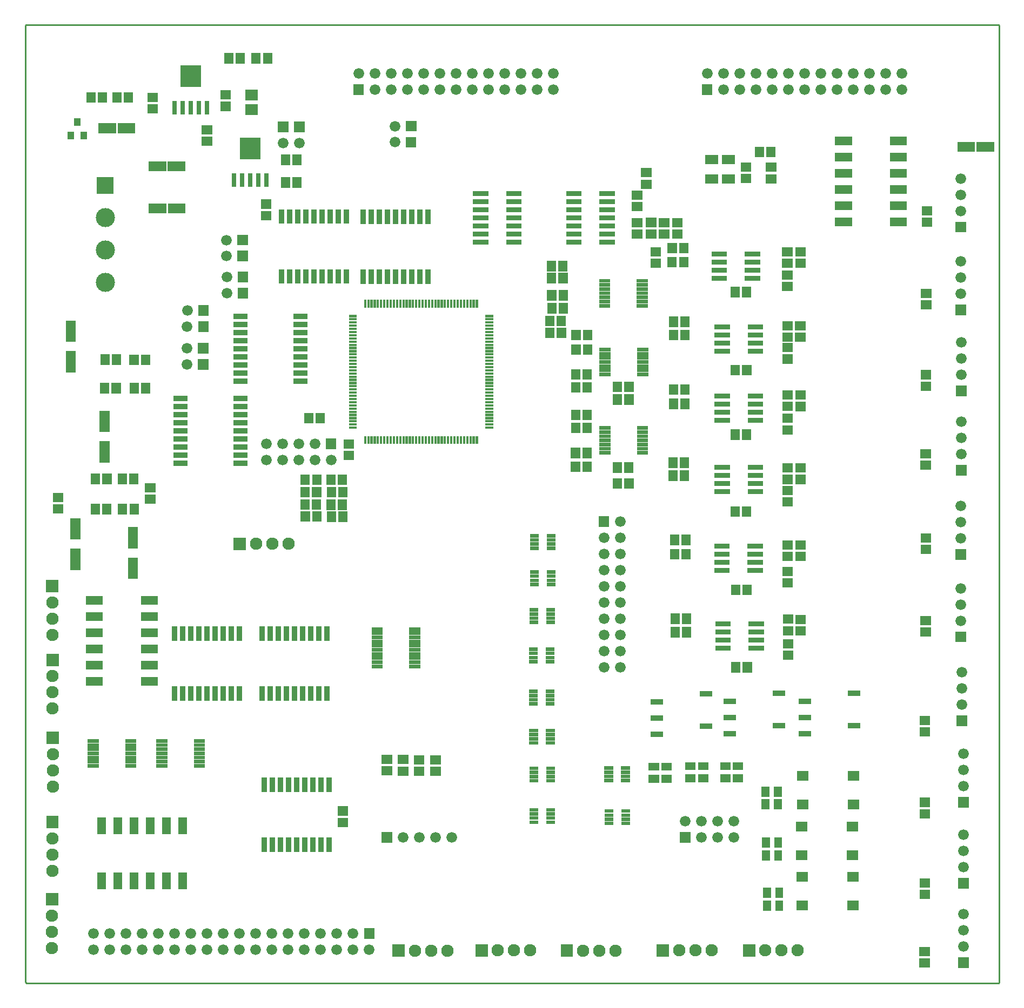
<source format=gbr>
G04 start of page 8 for group -4063 idx -4063 *
G04 Title: (unknown), componentmask *
G04 Creator: pcb 20140316 *
G04 CreationDate: Thu 01 Jun 2017 04:27:31 PM GMT UTC *
G04 For: sumit *
G04 Format: Gerber/RS-274X *
G04 PCB-Dimensions (mm): 381.00 381.00 *
G04 PCB-Coordinate-Origin: lower left *
%MOMM*%
%FSLAX43Y43*%
%LNTOPMASK*%
%ADD143R,0.552X0.552*%
%ADD142R,1.500X1.500*%
%ADD141R,1.245X1.245*%
%ADD140R,0.900X0.900*%
%ADD139R,0.356X0.356*%
%ADD138R,3.250X3.250*%
%ADD137R,1.702X1.702*%
%ADD136R,1.016X1.016*%
%ADD135R,0.710X0.710*%
%ADD134R,0.584X0.584*%
%ADD133R,0.855X0.855*%
%ADD132R,0.762X0.762*%
%ADD131R,1.562X1.562*%
%ADD130R,1.452X1.452*%
%ADD129R,1.340X1.340*%
%ADD128C,2.997*%
%ADD127C,1.930*%
%ADD126C,0.002*%
%ADD125C,1.676*%
%ADD124C,0.254*%
G54D124*X192943Y219707D02*Y369791D01*
X192824Y369910D01*
X40488D01*
X40389Y219781D02*X40564Y219606D01*
X192781D01*
X192783Y219608D01*
X192842Y219606D02*X192943Y219707D01*
X40488Y369910D02*X40348Y369771D01*
Y219822D01*
X40419Y219751D01*
G54D125*X83185Y304165D03*
Y301625D03*
X80645Y304165D03*
Y301625D03*
G54D126*G36*
X87427Y305003D02*Y303327D01*
X89103D01*
Y305003D01*
X87427D01*
G37*
G54D125*X88265Y301625D03*
X85725Y304165D03*
Y301625D03*
X78105Y304165D03*
Y301625D03*
G54D126*G36*
X73000Y289479D02*Y287548D01*
X74930D01*
Y289479D01*
X73000D01*
G37*
G54D127*X76505Y288514D03*
X79045D03*
X81585D03*
G54D125*X187114Y263301D03*
Y265841D03*
Y268381D03*
G54D126*G36*
X186083Y274757D02*Y273080D01*
X187759D01*
Y274757D01*
X186083D01*
G37*
G54D125*X186921Y276459D03*
Y278999D03*
Y281539D03*
G54D126*G36*
X186108Y287693D02*Y286017D01*
X187785D01*
Y287693D01*
X186108D01*
G37*
G36*
X130178Y292806D02*Y291130D01*
X131854D01*
Y292806D01*
X130178D01*
G37*
G54D125*X133556Y291968D03*
Y289428D03*
Y286888D03*
X131016Y289428D03*
Y286888D03*
Y284348D03*
Y281808D03*
Y279268D03*
Y276728D03*
X133556Y284348D03*
Y281808D03*
Y279268D03*
Y276728D03*
X131016Y274188D03*
Y271648D03*
Y269108D03*
X133556Y274188D03*
Y271648D03*
Y269108D03*
G54D126*G36*
X93429Y228242D02*Y226565D01*
X95105D01*
Y228242D01*
X93429D01*
G37*
G54D125*X91727Y227404D03*
X89187D03*
X94267Y224864D03*
X91727D03*
X89187D03*
X86647D03*
X84107D03*
X81567D03*
X86647Y227404D03*
X84107D03*
X81567D03*
X79027D03*
G54D126*G36*
X97904Y225664D02*Y223733D01*
X99835D01*
Y225664D01*
X97904D01*
G37*
G54D127*X101410Y224699D03*
X103950D03*
X106490D03*
G54D125*X79027Y224864D03*
X76487Y227404D03*
X73947D03*
X71407D03*
X76487Y224864D03*
X73947D03*
X71407D03*
X68867D03*
X66327D03*
X63787D03*
X68867Y227404D03*
X66327D03*
X63787D03*
X61247D03*
G54D126*G36*
X124257Y225692D02*Y223761D01*
X126187D01*
Y225692D01*
X124257D01*
G37*
G36*
X110914Y225704D02*Y223774D01*
X112845D01*
Y225704D01*
X110914D01*
G37*
G54D127*X114419Y224739D03*
X116959D03*
X119499D03*
X127762Y224726D03*
X130302D03*
X132842D03*
G54D126*G36*
X139286Y225722D02*Y223792D01*
X141216D01*
Y225722D01*
X139286D01*
G37*
G54D127*X142791Y224757D03*
X145331D03*
X147871D03*
G54D125*X61247Y224864D03*
X58707D03*
X56167D03*
X53627D03*
X51087D03*
X58707Y227404D03*
X56167D03*
X53627D03*
X51087D03*
G54D126*G36*
X43571Y233713D02*Y231783D01*
X45502D01*
Y233713D01*
X43571D01*
G37*
G54D127*X44536Y230208D03*
Y227668D03*
Y225128D03*
G54D126*G36*
X152824Y225715D02*Y223784D01*
X154755D01*
Y225715D01*
X152824D01*
G37*
G54D127*X156329Y224749D03*
X158869D03*
X161409D03*
G54D126*G36*
X186540Y223644D02*Y221968D01*
X188217D01*
Y223644D01*
X186540D01*
G37*
G54D125*X187378Y225346D03*
Y227886D03*
Y230426D03*
X186947Y289395D03*
Y291935D03*
Y294475D03*
G54D126*G36*
X186174Y300911D02*Y299235D01*
X187851D01*
Y300911D01*
X186174D01*
G37*
G54D125*X187013Y302613D03*
Y305153D03*
Y307693D03*
G54D126*G36*
X186200Y313306D02*Y311630D01*
X187876D01*
Y313306D01*
X186200D01*
G37*
G54D125*X187038Y315008D03*
Y317548D03*
Y320088D03*
G54D126*G36*
X186075Y326024D02*Y324348D01*
X187752D01*
Y326024D01*
X186075D01*
G37*
G54D125*X186914Y327726D03*
Y330266D03*
Y332806D03*
G54D126*G36*
X186129Y339019D02*Y337342D01*
X187805D01*
Y339019D01*
X186129D01*
G37*
G54D125*X186967Y340721D03*
Y343261D03*
Y345801D03*
G54D126*G36*
X146355Y360601D02*Y358925D01*
X148032D01*
Y360601D01*
X146355D01*
G37*
G54D125*X147193Y362303D03*
X149733Y359763D03*
Y362303D03*
X152273Y359763D03*
Y362303D03*
X154813Y359763D03*
Y362303D03*
X157353D03*
X159893D03*
X157353Y359763D03*
X159893D03*
X162433D03*
X164973D03*
X167513D03*
X170053D03*
X162433Y362303D03*
X164973D03*
X167513D03*
X170053D03*
X172593Y359763D03*
Y362303D03*
X175133D03*
X177673D03*
X175133Y359763D03*
X177673D03*
G54D126*G36*
X186533Y248803D02*Y247127D01*
X188209D01*
Y248803D01*
X186533D01*
G37*
G54D125*X187371Y250505D03*
Y253045D03*
Y255585D03*
G54D126*G36*
X186276Y261600D02*Y259923D01*
X187952D01*
Y261600D01*
X186276D01*
G37*
G36*
X186533Y236139D02*Y234462D01*
X188209D01*
Y236139D01*
X186533D01*
G37*
G54D125*X187371Y237841D03*
Y240381D03*
Y242921D03*
G54D126*G36*
X142941Y243279D02*Y241602D01*
X144617D01*
Y243279D01*
X142941D01*
G37*
G54D125*X143779Y244980D03*
X146319Y242440D03*
Y244980D03*
X148859Y242440D03*
X151399D03*
Y244980D03*
X148859D03*
G54D126*G36*
X43655Y245819D02*Y243888D01*
X45585D01*
Y245819D01*
X43655D01*
G37*
G36*
X96169Y243291D02*Y241615D01*
X97846D01*
Y243291D01*
X96169D01*
G37*
G54D125*X99548Y242453D03*
X102088D03*
X104628D03*
X107168D03*
G54D127*X44620Y242313D03*
Y239773D03*
Y237233D03*
G54D126*G36*
X43635Y282824D02*Y280894D01*
X45565D01*
Y282824D01*
X43635D01*
G37*
G54D127*X44600Y279319D03*
Y276779D03*
Y274239D03*
G54D126*G36*
X43668Y271267D02*Y269337D01*
X45598D01*
Y271267D01*
X43668D01*
G37*
G54D127*X44633Y267762D03*
Y265222D03*
Y262682D03*
G54D126*G36*
X43698Y259039D02*Y257109D01*
X45629D01*
Y259039D01*
X43698D01*
G37*
G54D127*X44663Y255534D03*
Y252994D03*
Y250454D03*
G54D126*G36*
X73602Y334467D02*Y332791D01*
X75278D01*
Y334467D01*
X73602D01*
G37*
G54D125*X71900Y333629D03*
G54D126*G36*
X73596Y336989D02*Y335313D01*
X75273D01*
Y336989D01*
X73596D01*
G37*
G54D125*X71895Y336151D03*
G54D126*G36*
X73622Y328666D02*Y326989D01*
X75298D01*
Y328666D01*
X73622D01*
G37*
G54D125*X71920Y327828D03*
G54D126*G36*
X73622Y331203D02*Y329527D01*
X75298D01*
Y331203D01*
X73622D01*
G37*
G54D125*X71920Y330365D03*
G54D126*G36*
X67437Y323390D02*Y321714D01*
X69113D01*
Y323390D01*
X67437D01*
G37*
G36*
X67440Y325946D02*Y324269D01*
X69116D01*
Y325946D01*
X67440D01*
G37*
G36*
X67422Y317447D02*Y315770D01*
X69098D01*
Y317447D01*
X67422D01*
G37*
G36*
X67419Y319997D02*Y318320D01*
X69096D01*
Y319997D01*
X67419D01*
G37*
G54D125*X65735Y322552D03*
X65738Y325107D03*
X65720Y316608D03*
X65717Y319159D03*
G54D126*G36*
X79931Y354749D02*Y353073D01*
X81608D01*
Y354749D01*
X79931D01*
G37*
G36*
X82474Y354747D02*Y353070D01*
X84150D01*
Y354747D01*
X82474D01*
G37*
G54D125*X80769Y351371D03*
X83312Y351368D03*
G54D126*G36*
X99954Y352316D02*Y350639D01*
X101630D01*
Y352316D01*
X99954D01*
G37*
G54D125*X98252Y351478D03*
G54D126*G36*
X51574Y346007D02*Y343410D01*
X54171D01*
Y346007D01*
X51574D01*
G37*
G54D128*X52873Y339628D03*
Y334548D03*
Y329468D03*
G54D126*G36*
X99959Y354853D02*Y353177D01*
X101636D01*
Y354853D01*
X99959D01*
G37*
G54D125*X98257Y354015D03*
G54D126*G36*
X91737Y360586D02*Y358910D01*
X93414D01*
Y360586D01*
X91737D01*
G37*
G54D125*X92576Y362288D03*
X95116Y359748D03*
Y362288D03*
X97656Y359748D03*
Y362288D03*
X100196Y359748D03*
X102736D03*
X105276D03*
X100196Y362288D03*
X102736D03*
X105276D03*
X107816D03*
X110356D03*
X112896D03*
X107816Y359748D03*
X110356D03*
X112896D03*
X115436Y362288D03*
X117976D03*
X120516D03*
X115436Y359748D03*
X117976D03*
X120516D03*
X123056D03*
Y362288D03*
G54D129*X167918Y351663D02*X169218D01*
X176527D02*X177827D01*
X167918Y349123D02*X169218D01*
X176527D02*X177827D01*
X167918Y346583D02*X169218D01*
X176527D02*X177827D01*
X167918Y344043D02*X169218D01*
X167918Y341503D02*X169218D01*
X167918Y338963D02*X169218D01*
X176527Y344043D02*X177827D01*
X176527Y341503D02*X177827D01*
X176527Y338963D02*X177827D01*
G54D130*X181421Y327774D02*X181621D01*
X181546Y338916D02*X181745D01*
X181546Y340716D02*X181745D01*
G54D131*X187174Y350761D02*X188374D01*
X190174D02*X191374D01*
G54D132*X130683Y338328D02*X132334D01*
X130683Y339598D02*X132334D01*
X130683Y340868D02*X132334D01*
X130683Y342138D02*X132334D01*
X130683Y343408D02*X132334D01*
G54D133*X103475Y340515D02*Y339115D01*
G54D132*X125476Y342138D02*X127127D01*
X125476Y340868D02*X127127D01*
X125476Y339598D02*X127127D01*
X125476Y343408D02*X127127D01*
X125476Y338328D02*X127127D01*
X125476Y337058D02*X127127D01*
G54D130*X150220Y345745D02*X150820D01*
X150220Y348745D02*X150820D01*
X147630D02*X148230D01*
X147630Y345745D02*X148230D01*
X153164Y347570D02*X153363D01*
X157126Y347548D02*X157326D01*
X153164Y345770D02*X153363D01*
X157126Y345748D02*X157326D01*
X157198Y350046D02*Y349846D01*
X155398Y350046D02*Y349846D01*
G54D132*X153463Y333955D02*X155114D01*
G54D130*X159666Y334289D02*X159866D01*
X161720D02*X161920D01*
G54D132*X110871Y343408D02*X112522D01*
X110871Y342138D02*X112522D01*
X110871Y340868D02*X112522D01*
X110871Y339598D02*X112522D01*
X110871Y338328D02*X112522D01*
X116078D02*X117729D01*
X116078Y339598D02*X117729D01*
X116078Y340868D02*X117729D01*
X116078Y342138D02*X117729D01*
X116078Y343408D02*X117729D01*
X125476Y335788D02*X127127D01*
G54D130*X124623Y330302D02*Y330103D01*
X122823Y330302D02*Y330103D01*
X124642Y327577D02*Y327377D01*
X122842Y327577D02*Y327377D01*
X124611Y332141D02*Y331942D01*
X122812Y332141D02*Y331942D01*
G54D132*X130683Y335788D02*X132334D01*
X130683Y337058D02*X132334D01*
G54D134*X130554Y329760D02*X131724D01*
X130554Y329110D02*X131724D01*
X130554Y328460D02*X131724D01*
X130554Y327810D02*X131724D01*
X130554Y327160D02*X131724D01*
G54D132*X110871Y337058D02*X112522D01*
X110871Y335788D02*X112522D01*
X116078D02*X117729D01*
X116078Y337058D02*X117729D01*
G54D133*X103475Y331115D02*Y329715D01*
G54D132*X153463Y330145D02*X155114D01*
X153463Y331415D02*X155114D01*
X153463Y332685D02*X155114D01*
G54D130*X151587Y328090D02*Y327890D01*
X153387Y328090D02*Y327890D01*
X159666Y328854D02*X159866D01*
X159666Y330654D02*X159866D01*
G54D132*X148256Y333955D02*X149907D01*
G54D130*X143521Y334973D02*Y334774D01*
X141721Y334973D02*Y334774D01*
G54D132*X148256Y332685D02*X149907D01*
G54D130*X141710Y332789D02*Y332589D01*
X143510Y332789D02*Y332589D01*
G54D132*X148256Y331415D02*X149907D01*
X148256Y330145D02*X149907D01*
G54D130*X159666Y332490D02*X159866D01*
X161720D02*X161920D01*
X137578Y346705D02*X137778D01*
X137578Y344905D02*X137778D01*
X136125Y343192D02*X136325D01*
X136125Y341392D02*X136325D01*
X140360Y338891D02*X140559D01*
X142432Y338879D02*X142632D01*
X142432Y337079D02*X142632D01*
X138302Y338902D02*X138502D01*
X138302Y337102D02*X138502D01*
X136110Y338897D02*X136310D01*
X136110Y337097D02*X136310D01*
G54D134*X136454Y327160D02*X137624D01*
X136454Y327810D02*X137624D01*
G54D130*X140360Y337091D02*X140559D01*
X139036Y332483D02*X139236D01*
X139036Y334283D02*X139236D01*
G54D134*X136454Y328460D02*X137624D01*
X136454Y329110D02*X137624D01*
X136454Y329760D02*X137624D01*
G54D129*X50539Y279608D02*X51839D01*
X59148D02*X60449D01*
X50539Y277068D02*X51839D01*
X59148D02*X60449D01*
X50539Y274528D02*X51839D01*
X59148D02*X60449D01*
G54D133*X65049Y275133D02*Y273733D01*
X63779Y275133D02*Y273733D01*
G54D130*X45384Y295762D02*X45584D01*
X45384Y293962D02*X45584D01*
G54D131*X48222Y291762D02*Y289962D01*
Y286963D02*Y285162D01*
G54D130*X59819Y297307D02*X60018D01*
G54D133*X63973Y301125D02*X65372D01*
G54D130*X59819Y295507D02*X60018D01*
X51337Y294054D02*Y293854D01*
X53137Y294054D02*Y293854D01*
X55604Y294054D02*Y293854D01*
G54D131*X57229Y290383D02*Y288583D01*
Y285583D02*Y283783D01*
G54D130*X51359Y298778D02*Y298579D01*
X53159Y298778D02*Y298579D01*
X55550Y298804D02*Y298604D01*
X57350Y298804D02*Y298604D01*
X57404Y294054D02*Y293854D01*
G54D129*X50539Y271988D02*X51839D01*
X59148D02*X60449D01*
X59148Y269448D02*X60449D01*
X50539D02*X51839D01*
X50539Y266908D02*X51839D01*
G54D133*X87960Y251405D02*Y250005D01*
X86690Y251405D02*Y250005D01*
X85420Y251405D02*Y250005D01*
X84150Y251405D02*Y250005D01*
X82880Y251405D02*Y250005D01*
X81610Y251405D02*Y250005D01*
X80340Y251405D02*Y250005D01*
X79070Y251405D02*Y250005D01*
X77800Y251405D02*Y250005D01*
G54D130*X90022Y244814D02*X90222D01*
X90022Y246614D02*X90222D01*
G54D133*X77800Y242005D02*Y240605D01*
X79070Y242005D02*Y240605D01*
X80340Y242005D02*Y240605D01*
X81610Y242005D02*Y240605D01*
X82880Y242005D02*Y240605D01*
X84150Y242005D02*Y240605D01*
X85420Y242005D02*Y240605D01*
X86690Y242005D02*Y240605D01*
X87960Y242005D02*Y240605D01*
G54D134*X67046Y253699D02*X68216D01*
X67046Y254348D02*X68216D01*
X67046Y254998D02*X68216D01*
X67046Y255648D02*X68216D01*
X67046Y256298D02*X68216D01*
X67046Y256948D02*X68216D01*
X67046Y257598D02*X68216D01*
G54D129*X52299Y236307D02*Y235007D01*
Y244916D02*Y243616D01*
X54839Y236307D02*Y235007D01*
Y244916D02*Y243616D01*
X57379Y236307D02*Y235007D01*
Y244916D02*Y243616D01*
X59919Y236307D02*Y235007D01*
Y244916D02*Y243616D01*
X62459Y236307D02*Y235007D01*
Y244916D02*Y243616D01*
X64999Y244916D02*Y243616D01*
Y236307D02*Y235007D01*
X59148Y266908D02*X60449D01*
G54D133*X63779Y265733D02*Y264333D01*
X65049Y265733D02*Y264333D01*
X66319Y265733D02*Y264333D01*
X67589Y265733D02*Y264333D01*
X68859Y265733D02*Y264333D01*
X70129Y265733D02*Y264333D01*
X71399Y265733D02*Y264333D01*
X72669Y265733D02*Y264333D01*
X73939Y265733D02*Y264333D01*
G54D134*X61146Y257598D02*X62316D01*
X61146Y256948D02*X62316D01*
X61146Y256298D02*X62316D01*
X61146Y255648D02*X62316D01*
X61146Y254998D02*X62316D01*
X61146Y254348D02*X62316D01*
X61146Y253699D02*X62316D01*
X56307Y253686D02*X57477D01*
X50407Y257586D02*X51577D01*
X50407Y256936D02*X51577D01*
X50407Y256286D02*X51577D01*
X50407Y255636D02*X51577D01*
X50407Y254986D02*X51577D01*
X50407Y254336D02*X51577D01*
X50407Y253686D02*X51577D01*
X56307Y254336D02*X57477D01*
X56307Y254986D02*X57477D01*
X56307Y255636D02*X57477D01*
X56307Y256286D02*X57477D01*
X56307Y256936D02*X57477D01*
X56307Y257586D02*X57477D01*
G54D130*X90057Y298649D02*Y298449D01*
X90112Y296729D02*Y296529D01*
X90053Y294745D02*Y294545D01*
X90142Y292881D02*Y292681D01*
X88257Y298649D02*Y298449D01*
X88312Y296729D02*Y296529D01*
X88253Y294745D02*Y294545D01*
X88342Y292881D02*Y292681D01*
X85989Y294747D02*Y294548D01*
X86037Y292883D02*Y292683D01*
X86025Y298644D02*Y298444D01*
X84225Y298644D02*Y298444D01*
X86015Y296731D02*Y296532D01*
G54D133*X78699Y275112D02*Y273712D01*
X77429Y275112D02*Y273712D01*
X73939Y275133D02*Y273733D01*
X79969Y275112D02*Y273712D01*
G54D130*X84215Y296731D02*Y296532D01*
G54D133*X73372Y301125D02*X74772D01*
G54D130*X84189Y294747D02*Y294548D01*
X84238Y292883D02*Y292683D01*
G54D133*X68859Y275133D02*Y273733D01*
X72669Y275133D02*Y273733D01*
X71399Y275133D02*Y273733D01*
X70129Y275133D02*Y273733D01*
X67589Y275133D02*Y273733D01*
X66319Y275133D02*Y273733D01*
X87589Y275112D02*Y273712D01*
X86319Y275112D02*Y273712D01*
G54D130*X104558Y254639D02*X104758D01*
X104558Y252839D02*X104758D01*
X101960Y254624D02*X102160D01*
X101960Y252824D02*X102160D01*
X99476Y254675D02*X99675D01*
X99476Y252875D02*X99675D01*
X96913Y254695D02*X97113D01*
X96913Y252895D02*X97113D01*
G54D134*X100800Y269287D02*X101970D01*
X100800Y269937D02*X101970D01*
X100800Y270587D02*X101970D01*
X100800Y271237D02*X101970D01*
X100800Y271887D02*X101970D01*
X100800Y272537D02*X101970D01*
X100800Y273187D02*X101970D01*
X100800Y273837D02*X101970D01*
X100800Y274487D02*X101970D01*
X100800Y275137D02*X101970D01*
X94900D02*X96070D01*
X94900Y274487D02*X96070D01*
X94900Y273837D02*X96070D01*
X94900Y273187D02*X96070D01*
X94900Y272537D02*X96070D01*
X94900Y271887D02*X96070D01*
X94900Y271237D02*X96070D01*
X94900Y270587D02*X96070D01*
X94900Y269937D02*X96070D01*
X94900Y269287D02*X96070D01*
G54D133*X77429Y265712D02*Y264313D01*
X78699Y265712D02*Y264313D01*
X79969Y265712D02*Y264313D01*
X81239Y265712D02*Y264313D01*
X82509Y265712D02*Y264313D01*
X83779Y265712D02*Y264313D01*
X85049Y265712D02*Y264313D01*
X86319Y265712D02*Y264313D01*
X87589Y265712D02*Y264313D01*
X83779Y275112D02*Y273712D01*
X85049Y275112D02*Y273712D01*
X82509Y275112D02*Y273712D01*
X81239Y275112D02*Y273712D01*
X82783Y317833D02*X84183D01*
X82783Y319103D02*X84183D01*
X82783Y320373D02*X84183D01*
X82783Y321643D02*X84183D01*
X82783Y322913D02*X84183D01*
X82783Y324183D02*X84183D01*
G54D135*X76845Y346290D02*Y344850D01*
X78115Y346290D02*Y344850D01*
G54D133*X80523Y331125D02*Y329725D01*
X81793Y331125D02*Y329725D01*
X83063Y331125D02*Y329725D01*
X84333Y331125D02*Y329725D01*
X85603Y331125D02*Y329725D01*
X86873Y331125D02*Y329725D01*
X88143Y331125D02*Y329725D01*
X89413Y331125D02*Y329725D01*
Y340525D02*Y339125D01*
X88143Y340525D02*Y339125D01*
X86873Y340525D02*Y339125D01*
X85603Y340525D02*Y339125D01*
X84333Y340525D02*Y339125D01*
X83063Y340525D02*Y339125D01*
X81793Y340525D02*Y339125D01*
X80523Y340525D02*Y339125D01*
G54D130*X57393Y317449D02*Y317249D01*
X59193Y317449D02*Y317249D01*
X54655Y317483D02*Y317283D01*
X52855Y317483D02*Y317283D01*
G54D131*X47513Y322741D02*Y320940D01*
Y317941D02*Y316141D01*
G54D130*X59204Y313028D02*Y312828D01*
X57404Y313028D02*Y312828D01*
X54602Y313028D02*Y312828D01*
X52802Y313028D02*Y312828D01*
G54D131*X52774Y308606D02*Y306806D01*
Y303806D02*Y302006D01*
G54D133*X63973Y311285D02*X65372D01*
X63973Y310015D02*X65372D01*
X63973Y308745D02*X65372D01*
X63973Y306205D02*X65372D01*
X63973Y304935D02*X65372D01*
X63973Y303665D02*X65372D01*
X63973Y302395D02*X65372D01*
X63973Y307475D02*X65372D01*
G54D131*X55613Y353695D02*X56813D01*
G54D130*X60225Y356721D02*X60425D01*
G54D131*X52613Y353695D02*X53813D01*
G54D136*X47517Y352628D02*Y352476D01*
X49498Y352628D02*Y352476D01*
X48508Y354711D02*Y354559D01*
G54D130*X54737Y358621D02*Y358421D01*
X56537Y358621D02*Y358421D01*
X52462Y358621D02*Y358421D01*
X50662Y358621D02*Y358421D01*
G54D131*X60463Y347707D02*X61663D01*
X63463D02*X64663D01*
X63487Y341122D02*X64687D01*
X60487D02*X61687D01*
G54D130*X78005Y339979D02*X78205D01*
X78005Y341779D02*X78205D01*
X82931Y348842D02*Y348642D01*
X81131Y348842D02*Y348642D01*
X82931Y345286D02*Y345086D01*
X81131Y345286D02*Y345086D01*
X68734Y351652D02*X68934D01*
X68734Y353452D02*X68934D01*
G54D135*X68829Y357635D02*Y356195D01*
G54D130*X71655Y357113D02*X71855D01*
X71655Y358913D02*X71855D01*
G54D137*X75692Y356616D02*X75946D01*
X75692Y358902D02*X75946D01*
G54D135*X73035Y346290D02*Y344850D01*
X74305Y346290D02*Y344850D01*
X75575Y346290D02*Y344850D01*
G54D138*Y350569D02*Y350399D01*
G54D130*X60225Y358521D02*X60425D01*
G54D135*X63749Y357635D02*Y356195D01*
X65019Y357635D02*Y356195D01*
X66289Y357635D02*Y356195D01*
X67559Y357635D02*Y356195D01*
G54D138*X66289Y361914D02*Y361744D01*
G54D130*X74030Y364740D02*Y364540D01*
X72230Y364740D02*Y364540D01*
X76524Y364724D02*Y364525D01*
X78324Y364724D02*Y364525D01*
G54D139*X101612Y326598D02*Y325735D01*
X101112Y326598D02*Y325735D01*
X100612Y326598D02*Y325735D01*
X100112Y326598D02*Y325735D01*
X97612Y326598D02*Y325735D01*
X97112Y326598D02*Y325735D01*
X96612Y326598D02*Y325735D01*
X96112Y326598D02*Y325735D01*
X95612Y326598D02*Y325735D01*
X95112Y326598D02*Y325735D01*
X94612Y326598D02*Y325735D01*
X94112Y326598D02*Y325735D01*
X93612Y326598D02*Y325735D01*
X91232Y317218D02*X92095D01*
X91232Y316718D02*X92095D01*
X91232Y316218D02*X92095D01*
X91232Y315718D02*X92095D01*
X91232Y315218D02*X92095D01*
X91232Y314718D02*X92095D01*
X91232Y314218D02*X92095D01*
X91232Y313718D02*X92095D01*
X91232Y313218D02*X92095D01*
G54D133*X73372Y302395D02*X74772D01*
X73372Y303665D02*X74772D01*
X73372Y304935D02*X74772D01*
X73372Y306205D02*X74772D01*
X73372Y307475D02*X74772D01*
X73372Y308745D02*X74772D01*
X73372Y310015D02*X74772D01*
X73383Y324183D02*X74783D01*
X73383Y322913D02*X74783D01*
X73383Y321643D02*X74783D01*
X73383Y320373D02*X74783D01*
X73383Y319103D02*X74783D01*
X73383Y317833D02*X74783D01*
X73383Y316563D02*X74783D01*
X73383Y315293D02*X74783D01*
X73383Y314023D02*X74783D01*
G54D139*X91232Y312718D02*X92095D01*
G54D133*X82783Y314023D02*X84183D01*
X82783Y315293D02*X84183D01*
X82783Y316563D02*X84183D01*
X73372Y311285D02*X74772D01*
X102205Y340515D02*Y339115D01*
X100935Y340515D02*Y339115D01*
X99665Y340515D02*Y339115D01*
X98395Y340515D02*Y339115D01*
X97125Y340515D02*Y339115D01*
X95855Y340515D02*Y339115D01*
X94585Y340515D02*Y339115D01*
X93315Y340515D02*Y339115D01*
Y331115D02*Y329715D01*
X94585Y331115D02*Y329715D01*
X95855Y331115D02*Y329715D01*
X90683Y331125D02*Y329725D01*
X97125Y331115D02*Y329715D01*
X98395Y331115D02*Y329715D01*
X99665Y331115D02*Y329715D01*
X100935Y331115D02*Y329715D01*
X102205Y331115D02*Y329715D01*
X90683Y340525D02*Y339125D01*
G54D130*X122569Y321671D02*Y321472D01*
X122561Y323569D02*Y323369D01*
X122867Y325555D02*Y325355D01*
G54D139*X112629Y308218D02*X113492D01*
X112629Y308718D02*X113492D01*
X112629Y309218D02*X113492D01*
X112629Y309718D02*X113492D01*
X112629Y310218D02*X113492D01*
X112629Y310718D02*X113492D01*
X112629Y311218D02*X113492D01*
X112629Y311718D02*X113492D01*
X112629Y312218D02*X113492D01*
X112629Y312718D02*X113492D01*
X112629Y313218D02*X113492D01*
X112629Y313718D02*X113492D01*
X112629Y314218D02*X113492D01*
X112629Y314718D02*X113492D01*
X112629Y315218D02*X113492D01*
X112629Y315718D02*X113492D01*
X91232Y324218D02*X92095D01*
X91232Y323718D02*X92095D01*
X91232Y323218D02*X92095D01*
X91232Y322718D02*X92095D01*
X91232Y322218D02*X92095D01*
X91232Y321718D02*X92095D01*
X91232Y321218D02*X92095D01*
X91232Y320718D02*X92095D01*
X91232Y320218D02*X92095D01*
X91232Y319718D02*X92095D01*
X91232Y319218D02*X92095D01*
X91232Y318718D02*X92095D01*
X91232Y318218D02*X92095D01*
X91232Y317718D02*X92095D01*
X91232Y308718D02*X92095D01*
X91232Y308218D02*X92095D01*
X91232Y307718D02*X92095D01*
X91232Y307218D02*X92095D01*
X91232Y306718D02*X92095D01*
X93612Y305201D02*Y304338D01*
X94112Y305201D02*Y304338D01*
X94612Y305201D02*Y304338D01*
G54D130*X90959Y304165D02*X91159D01*
X90959Y302365D02*X91159D01*
G54D139*X95112Y305201D02*Y304338D01*
X95612Y305201D02*Y304338D01*
X96112Y305201D02*Y304338D01*
X96612Y305201D02*Y304338D01*
X97112Y305201D02*Y304338D01*
X97612Y305201D02*Y304338D01*
X98112Y305201D02*Y304338D01*
X98612Y305201D02*Y304338D01*
X99112Y305201D02*Y304338D01*
X99612Y305201D02*Y304338D01*
X100112Y305201D02*Y304338D01*
X100612Y305201D02*Y304338D01*
X101112Y305201D02*Y304338D01*
X101612Y305201D02*Y304338D01*
X102112Y305201D02*Y304338D01*
X102612Y305201D02*Y304338D01*
X103112Y305201D02*Y304338D01*
X103612Y305201D02*Y304338D01*
X104112Y305201D02*Y304338D01*
X104612Y305201D02*Y304338D01*
X105112Y305201D02*Y304338D01*
X105612Y305201D02*Y304338D01*
X106112Y305201D02*Y304338D01*
X106612Y305201D02*Y304338D01*
X107112Y305201D02*Y304338D01*
X107612Y305201D02*Y304338D01*
X108112Y305201D02*Y304338D01*
X108612Y305201D02*Y304338D01*
X109112Y305201D02*Y304338D01*
X109612Y305201D02*Y304338D01*
X110112Y305201D02*Y304338D01*
X110612Y305201D02*Y304338D01*
X111112Y305201D02*Y304338D01*
X112629Y306718D02*X113492D01*
X112629Y307218D02*X113492D01*
X112629Y307718D02*X113492D01*
X112629Y318718D02*X113492D01*
X112629Y319218D02*X113492D01*
X112629Y319718D02*X113492D01*
X112629Y320218D02*X113492D01*
X112629Y320718D02*X113492D01*
X112629Y321218D02*X113492D01*
X112629Y321718D02*X113492D01*
X112629Y322218D02*X113492D01*
X112629Y322718D02*X113492D01*
X112629Y323218D02*X113492D01*
X112629Y323718D02*X113492D01*
X112629Y324218D02*X113492D01*
X111112Y326598D02*Y325735D01*
X110612Y326598D02*Y325735D01*
X110112Y326598D02*Y325735D01*
X109612Y326598D02*Y325735D01*
X109112Y326598D02*Y325735D01*
X108612Y326598D02*Y325735D01*
X108112Y326598D02*Y325735D01*
X107612Y326598D02*Y325735D01*
X107112Y326598D02*Y325735D01*
X106612Y326598D02*Y325735D01*
X106112Y326598D02*Y325735D01*
X105612Y326598D02*Y325735D01*
X105112Y326598D02*Y325735D01*
X104612Y326598D02*Y325735D01*
X104112Y326598D02*Y325735D01*
X103612Y326598D02*Y325735D01*
X103112Y326598D02*Y325735D01*
X102612Y326598D02*Y325735D01*
X102112Y326598D02*Y325735D01*
X99612Y326598D02*Y325735D01*
X99112Y326598D02*Y325735D01*
X98612Y326598D02*Y325735D01*
X98112Y326598D02*Y325735D01*
X91232Y312218D02*X92095D01*
X91232Y311718D02*X92095D01*
X91232Y311218D02*X92095D01*
X91232Y310718D02*X92095D01*
X91232Y310218D02*X92095D01*
X91232Y309718D02*X92095D01*
X91232Y309218D02*X92095D01*
G54D130*X86551Y308321D02*Y308122D01*
X84751Y308321D02*Y308122D01*
G54D139*X112629Y316218D02*X113492D01*
X112629Y316718D02*X113492D01*
X112629Y317218D02*X113492D01*
X112629Y317718D02*X113492D01*
X112629Y318218D02*X113492D01*
G54D130*X126623Y308837D02*Y308637D01*
X128422Y308837D02*Y308637D01*
X126608Y306779D02*Y306580D01*
X128408Y306779D02*Y306580D01*
G54D134*X130602Y315717D02*X131772D01*
X130602Y315067D02*X131772D01*
G54D130*X133147Y311224D02*Y311025D01*
X134947Y311224D02*Y311025D01*
X133147Y313206D02*Y313006D01*
X134947Y313206D02*Y313006D01*
X126619Y313155D02*Y312955D01*
X126623Y315161D02*Y314962D01*
X128419Y313155D02*Y312955D01*
X128422Y315161D02*Y314962D01*
G54D134*X136502Y315067D02*X137672D01*
X136502Y315717D02*X137672D01*
G54D130*X143710Y312799D02*Y312600D01*
X141910Y312799D02*Y312600D01*
X141913Y310539D02*Y310339D01*
X143713Y310539D02*Y310339D01*
X143662Y301318D02*Y301119D01*
Y299312D02*Y299112D01*
X141863Y301318D02*Y301119D01*
Y299312D02*Y299112D01*
G54D134*X136481Y302778D02*X137651D01*
G54D130*X134954Y298075D02*Y297875D01*
X133154Y298075D02*Y297875D01*
X133125Y300556D02*Y300357D01*
X134925Y300556D02*Y300357D01*
G54D134*X136481Y303428D02*X137651D01*
X136481Y304078D02*X137651D01*
X136481Y304728D02*X137651D01*
X136481Y305378D02*X137651D01*
X136481Y306028D02*X137651D01*
X136481Y306678D02*X137651D01*
X130581D02*X131751D01*
X130581Y306028D02*X131751D01*
X130581Y305378D02*X131751D01*
X130581Y304728D02*X131751D01*
X130581Y304078D02*X131751D01*
X130581Y303428D02*X131751D01*
X130581Y302778D02*X131751D01*
G54D130*X126572Y300683D02*Y300484D01*
X128372Y300683D02*Y300484D01*
X126572Y302868D02*Y302668D01*
X128372Y302868D02*Y302668D01*
G54D132*X153949Y318694D02*X155600D01*
X148742D02*X150393D01*
G54D130*X151613Y315847D02*Y315648D01*
X153412Y315847D02*Y315648D01*
G54D132*X153949Y319964D02*X155600D01*
X148742D02*X150393D01*
X153949Y321234D02*X155600D01*
X153949Y322504D02*X155600D01*
X148742D02*X150393D01*
X148742Y321234D02*X150393D01*
X153949Y307899D02*X155600D01*
X148742D02*X150393D01*
G54D130*X151562Y305713D02*Y305513D01*
X153362Y305713D02*Y305513D01*
G54D132*X153949Y309169D02*X155600D01*
X148742D02*X150393D01*
X153949Y310439D02*X155600D01*
X153949Y311709D02*X155600D01*
X148742D02*X150393D01*
X148742Y310439D02*X150393D01*
G54D130*X161698Y322682D02*X161898D01*
X159692Y317478D02*X159891D01*
X159692Y319278D02*X159891D01*
X161698Y320882D02*X161898D01*
X159692Y322678D02*X159891D01*
X159692Y320878D02*X159891D01*
X181421Y325974D02*X181621D01*
X161724Y311836D02*X161923D01*
X161724Y310036D02*X161923D01*
X159692Y310058D02*X159891D01*
X159692Y311858D02*X159891D01*
X181386Y313229D02*X181585D01*
X181386Y315029D02*X181585D01*
X159692Y306378D02*X159891D01*
X159692Y308178D02*X159891D01*
G54D134*X130602Y318967D02*X131772D01*
X130602Y318317D02*X131772D01*
X130602Y317667D02*X131772D01*
X130602Y317017D02*X131772D01*
X130602Y316367D02*X131772D01*
X136502D02*X137672D01*
X136502Y317017D02*X137672D01*
X136502Y317667D02*X137672D01*
X136502Y318317D02*X137672D01*
X136502Y318967D02*X137672D01*
G54D130*X143735Y323416D02*Y323217D01*
X141935Y323416D02*Y323217D01*
X141939Y321334D02*Y321134D01*
X143739Y321334D02*Y321134D01*
X126659Y321334D02*Y321134D01*
X128459Y321334D02*Y321134D01*
X124369Y321671D02*Y321472D01*
X126648Y319073D02*Y318873D01*
X128448Y319073D02*Y318873D01*
G54D134*X130554Y326510D02*X131724D01*
X130554Y325860D02*X131724D01*
X136454D02*X137624D01*
X136454Y326510D02*X137624D01*
G54D130*X124361Y323569D02*Y323369D01*
X124667Y325555D02*Y325355D01*
X143887Y289203D02*Y289003D01*
X143902Y286993D02*Y286793D01*
X142088Y289203D02*Y289003D01*
X142102Y286993D02*Y286793D01*
X143989Y276858D02*Y276659D01*
X142189Y276858D02*Y276659D01*
X142193Y274750D02*Y274550D01*
X143993Y274750D02*Y274550D01*
G54D132*X148688Y288184D02*X150339D01*
X148688Y286914D02*X150339D01*
X148688Y285644D02*X150339D01*
X148688Y284374D02*X150339D01*
X153895D02*X155546D01*
X153895Y285644D02*X155546D01*
X153895Y286914D02*X155546D01*
X153895Y288184D02*X155546D01*
X153949Y296672D02*X155600D01*
X148742D02*X150393D01*
X153949Y297942D02*X155600D01*
X153949Y299212D02*X155600D01*
X153949Y300482D02*X155600D01*
X148742D02*X150393D01*
X148742Y299212D02*X150393D01*
X148742Y297942D02*X150393D01*
G54D130*X151562Y293673D02*Y293473D01*
X153362Y293673D02*Y293473D01*
X151642Y281379D02*Y281180D01*
X153441Y281379D02*Y281180D01*
X151692Y269238D02*Y269039D01*
X153492Y269238D02*Y269039D01*
G54D132*X154051Y272110D02*X155702D01*
X154051Y273380D02*X155702D01*
X154051Y274650D02*X155702D01*
X154051Y275920D02*X155702D01*
X148844D02*X150495D01*
X148844Y274650D02*X150495D01*
X148844Y273380D02*X150495D01*
X148844Y272110D02*X150495D01*
G54D140*X150252Y263792D02*X151252D01*
X150252Y261252D02*X151252D01*
X150252Y258712D02*X151252D01*
G54D141*X149859Y253649D02*X150229D01*
X149859Y251729D02*X150229D01*
X151858D02*X152229D01*
X151858Y253649D02*X152229D01*
G54D140*X146519Y264980D02*X147519D01*
X146519Y259900D02*X147519D01*
G54D141*X144394Y253657D02*X144764D01*
X144394Y251737D02*X144764D01*
X146394D02*X146764D01*
X146394Y253657D02*X146764D01*
G54D130*X181183Y224586D02*X181382D01*
X181203Y233511D02*X181402D01*
X181203Y235311D02*X181402D01*
X181183Y222786D02*X181382D01*
X181322Y274649D02*X181522D01*
X181322Y276449D02*X181522D01*
X181218Y246175D02*X181418D01*
X181218Y247975D02*X181418D01*
X181213Y259007D02*X181413D01*
X181213Y260807D02*X181413D01*
X159717Y282375D02*X159917D01*
X159717Y284175D02*X159917D01*
X161724Y286552D02*X161923D01*
X159717Y286541D02*X159917D01*
X161724Y288352D02*X161923D01*
X159717Y288341D02*X159917D01*
X159793Y276682D02*X159993D01*
X159793Y271022D02*X159993D01*
X159793Y272821D02*X159993D01*
X159793Y274882D02*X159993D01*
X161724Y274857D02*X161923D01*
G54D140*X157952Y265062D02*X158952D01*
G54D130*X159717Y296875D02*X159917D01*
X159717Y298606D02*X159917D01*
X161724Y300406D02*X161923D01*
X161724Y298606D02*X161923D01*
X159717Y300406D02*X159917D01*
X159717Y295075D02*X159917D01*
X181335Y300823D02*X181535D01*
X181335Y302623D02*X181535D01*
X181373Y287623D02*X181573D01*
X181373Y289423D02*X181573D01*
X161724Y276657D02*X161923D01*
G54D140*X162005Y263809D02*X163005D01*
X169705Y265079D02*X170705D01*
X162005Y261269D02*X163005D01*
X162005Y258729D02*X163005D01*
X169705Y259999D02*X170705D01*
X157952Y259982D02*X158952D01*
G54D142*X170014Y247630D02*X170264D01*
X170014Y252130D02*X170264D01*
G54D141*X158272Y249847D02*Y249477D01*
X156352Y249847D02*Y249477D01*
X158308Y241849D02*Y241479D01*
X156388Y241849D02*Y241479D01*
X156352Y247847D02*Y247477D01*
X158272Y247847D02*Y247477D01*
G54D142*X162064Y252130D02*X162314D01*
X162064Y247630D02*X162314D01*
X161894Y244149D02*X162144D01*
X161894Y239650D02*X162144D01*
X161976Y236311D02*X162225D01*
X161976Y231811D02*X162225D01*
X169844Y239650D02*X170094D01*
X169844Y244149D02*X170094D01*
X169925Y231811D02*X170175D01*
X169925Y236311D02*X170175D01*
G54D141*X156576Y231947D02*Y231576D01*
X158495Y231947D02*Y231576D01*
Y233946D02*Y233576D01*
X156576Y233946D02*Y233576D01*
X156388Y239849D02*Y239479D01*
X158308Y239849D02*Y239479D01*
G54D143*X122200Y264706D02*X123020D01*
X122200Y265356D02*X123020D01*
X122172Y270025D02*X122992D01*
X122172Y270675D02*X122992D01*
X122172Y271325D02*X122992D01*
X122172Y271975D02*X122992D01*
X119552D02*X120372D01*
X119552Y271325D02*X120372D01*
X119552Y270675D02*X120372D01*
X119552Y270025D02*X120372D01*
X119638Y278141D02*X120458D01*
X119638Y277491D02*X120458D01*
X119638Y276841D02*X120458D01*
X119638Y276191D02*X120458D01*
X122258D02*X123077D01*
X122258Y276841D02*X123077D01*
X122258Y277491D02*X123077D01*
X122258Y278141D02*X123077D01*
X122363Y282131D02*X123183D01*
X122363Y282781D02*X123183D01*
X122363Y283431D02*X123183D01*
X122363Y284081D02*X123183D01*
X119743D02*X120563D01*
X119743Y283431D02*X120563D01*
X119743Y282781D02*X120563D01*
X119743Y282131D02*X120563D01*
X122346Y287822D02*X123166D01*
X122346Y288472D02*X123166D01*
X122346Y289122D02*X123166D01*
X122346Y289772D02*X123166D01*
X119726D02*X120546D01*
X119726Y289122D02*X120546D01*
X119726Y288472D02*X120546D01*
X119726Y287822D02*X120546D01*
X133993Y253331D02*X134813D01*
X133993Y251382D02*X134813D01*
X133993Y252032D02*X134813D01*
X133993Y252681D02*X134813D01*
X131374Y253331D02*X132194D01*
X131374Y252681D02*X132194D01*
X131374Y252032D02*X132194D01*
X131374Y251382D02*X132194D01*
X122247Y244856D02*X123067D01*
X122247Y245506D02*X123067D01*
X122247Y246156D02*X123067D01*
X122247Y246806D02*X123067D01*
X119628D02*X120448D01*
X119628Y246156D02*X120448D01*
X119628Y245506D02*X120448D01*
X119628Y244856D02*X120448D01*
X122254Y251361D02*X123073D01*
X122254Y252011D02*X123073D01*
X122254Y252661D02*X123073D01*
X122254Y253311D02*X123073D01*
X119634D02*X120454D01*
X119634Y252661D02*X120454D01*
X119634Y252011D02*X120454D01*
X119634Y251361D02*X120454D01*
X134009Y246610D02*X134829D01*
X134009Y244660D02*X134829D01*
X134009Y245310D02*X134829D01*
X134009Y245960D02*X134829D01*
X131390Y246610D02*X132210D01*
X131390Y245960D02*X132210D01*
X131390Y245310D02*X132210D01*
X131390Y244660D02*X132210D01*
G54D140*X138820Y263710D02*X139820D01*
X138820Y261170D02*X139820D01*
X138820Y258630D02*X139820D01*
G54D141*X138662Y253563D02*X139032D01*
X140662D02*X141032D01*
X138662Y251643D02*X139032D01*
X140662D02*X141032D01*
G54D143*X122226Y257277D02*X123045D01*
X122226Y257927D02*X123045D01*
X122226Y258577D02*X123045D01*
X122226Y259227D02*X123045D01*
X119606D02*X120426D01*
X119606Y258577D02*X120426D01*
X119606Y257927D02*X120426D01*
X119606Y257277D02*X120426D01*
X122200Y263406D02*X123020D01*
X122200Y264056D02*X123020D01*
X119580Y265356D02*X120400D01*
X119580Y264706D02*X120400D01*
X119580Y264056D02*X120400D01*
X119580Y263406D02*X120400D01*
M02*

</source>
